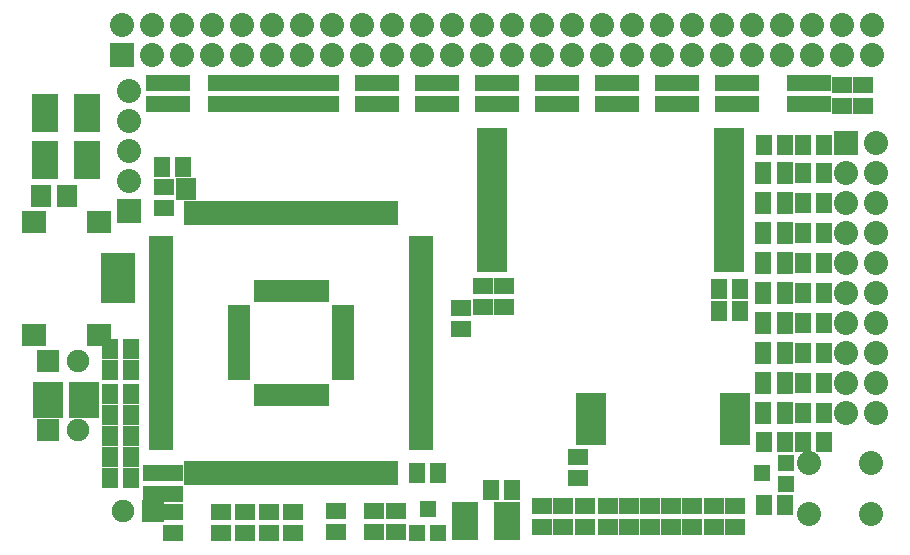
<source format=gts>
G04 (created by PCBNEW (2013-04-19 BZR 4011)-stable) date 24/06/2013 11:32:34*
%MOIN*%
G04 Gerber Fmt 3.4, Leading zero omitted, Abs format*
%FSLAX34Y34*%
G01*
G70*
G90*
G04 APERTURE LIST*
%ADD10C,2.3622e-006*%
%ADD11R,0.0318X0.0772*%
%ADD12R,0.0772X0.0318*%
%ADD13R,0.08X0.03*%
%ADD14R,0.03X0.08*%
%ADD15R,0.09X0.13*%
%ADD16R,0.065X0.075*%
%ADD17R,0.055X0.065*%
%ADD18R,0.065X0.055*%
%ADD19R,0.055X0.075*%
%ADD20C,0.08*%
%ADD21R,0.08X0.08*%
%ADD22R,0.075X0.075*%
%ADD23C,0.075*%
%ADD24R,0.056X0.056*%
%ADD25R,0.0987X0.1775*%
%ADD26R,0.083X0.0751*%
%ADD27R,0.1125X0.0397*%
%ADD28R,0.1X0.06*%
%ADD29R,0.0357X0.0436*%
%ADD30R,0.0987X0.0278*%
%ADD31R,0.0456X0.0556*%
%ADD32R,0.0397X0.0556*%
G04 APERTURE END LIST*
G54D10*
G54D11*
X83689Y-50377D03*
X83492Y-50377D03*
X83295Y-50377D03*
X83098Y-50377D03*
X82902Y-50377D03*
X82705Y-50377D03*
X83886Y-50377D03*
X84083Y-50377D03*
G54D12*
X84723Y-51017D03*
X84723Y-51214D03*
X84723Y-51411D03*
G54D11*
X82705Y-53823D03*
X82508Y-53823D03*
X82311Y-53823D03*
X82114Y-53823D03*
X81917Y-53823D03*
G54D12*
X81277Y-53183D03*
G54D11*
X82902Y-53823D03*
X83098Y-53823D03*
X83295Y-53823D03*
X83492Y-53823D03*
X83689Y-53823D03*
G54D12*
X81277Y-52002D03*
X84723Y-52592D03*
X81277Y-52198D03*
X84723Y-52789D03*
X84723Y-52986D03*
X81277Y-52395D03*
X81277Y-52592D03*
X84723Y-53183D03*
G54D11*
X84083Y-53823D03*
G54D12*
X81277Y-52789D03*
X81277Y-52986D03*
G54D11*
X83886Y-53823D03*
G54D12*
X84723Y-52395D03*
X81277Y-51805D03*
X81277Y-51608D03*
X84723Y-52198D03*
X84723Y-52002D03*
X81277Y-51411D03*
X81277Y-51214D03*
X84723Y-51805D03*
X84723Y-51608D03*
X81277Y-51017D03*
G54D11*
X82508Y-50377D03*
X82311Y-50377D03*
X82114Y-50377D03*
X81917Y-50377D03*
G54D13*
X78675Y-48655D03*
X78675Y-48855D03*
X78675Y-49050D03*
X78675Y-49245D03*
X78675Y-49445D03*
X78675Y-49640D03*
X78675Y-49835D03*
X78675Y-50035D03*
X78675Y-50230D03*
X78675Y-50425D03*
X78675Y-50625D03*
X78675Y-50820D03*
X78675Y-51015D03*
X78675Y-51215D03*
X78675Y-51410D03*
X78675Y-51605D03*
X78675Y-51805D03*
X78675Y-52000D03*
X78675Y-52200D03*
X78675Y-52395D03*
X78675Y-52595D03*
X78675Y-52790D03*
X78675Y-52985D03*
X78675Y-53185D03*
X78675Y-53380D03*
X78675Y-53575D03*
X78675Y-53775D03*
X78675Y-53970D03*
X78675Y-54165D03*
X78675Y-54365D03*
X78675Y-54560D03*
X78675Y-54755D03*
X78675Y-54955D03*
X78675Y-55150D03*
X78675Y-55345D03*
X78675Y-55545D03*
G54D14*
X85265Y-56425D03*
X85460Y-56425D03*
X85655Y-56425D03*
X85855Y-56425D03*
X86050Y-56425D03*
X86245Y-56425D03*
X86445Y-56425D03*
X85460Y-47775D03*
X85265Y-47775D03*
X85065Y-47775D03*
X84870Y-47775D03*
X84675Y-47775D03*
X84475Y-47775D03*
X84280Y-47775D03*
X84085Y-47775D03*
X83885Y-47775D03*
X83690Y-47775D03*
X83495Y-47775D03*
X83295Y-47775D03*
X83100Y-47775D03*
X82900Y-47775D03*
X82705Y-47775D03*
X82505Y-47775D03*
X82310Y-47775D03*
X82115Y-47775D03*
X81915Y-47775D03*
X81720Y-47775D03*
X81525Y-47775D03*
X81325Y-47775D03*
X81130Y-47775D03*
X80935Y-47775D03*
X80735Y-47775D03*
X80540Y-47775D03*
X80345Y-47775D03*
X80145Y-47775D03*
X79950Y-47775D03*
X79755Y-47775D03*
X79555Y-47775D03*
X79555Y-56425D03*
X79755Y-56425D03*
X79950Y-56425D03*
X80145Y-56425D03*
X80345Y-56425D03*
X80540Y-56425D03*
X80735Y-56425D03*
X80935Y-56425D03*
X81130Y-56425D03*
X81325Y-56425D03*
X81525Y-56425D03*
X81720Y-56425D03*
X81915Y-56425D03*
X82115Y-56425D03*
X82310Y-56425D03*
X82505Y-56425D03*
X82705Y-56425D03*
X82900Y-56425D03*
X83100Y-56425D03*
X83295Y-56425D03*
X83495Y-56425D03*
X83690Y-56425D03*
X83885Y-56425D03*
X84085Y-56425D03*
X84280Y-56425D03*
X84475Y-56425D03*
X84675Y-56425D03*
X84870Y-56425D03*
X85065Y-56425D03*
G54D13*
X87325Y-54560D03*
X87325Y-54365D03*
X87325Y-54165D03*
X87325Y-53970D03*
X87325Y-53775D03*
X87325Y-53575D03*
X87325Y-53380D03*
X87325Y-53185D03*
X87325Y-52985D03*
X87325Y-52790D03*
X87325Y-52595D03*
X87325Y-52395D03*
X87325Y-52200D03*
X87325Y-52000D03*
X87325Y-51805D03*
X87325Y-51605D03*
X87325Y-51410D03*
X87325Y-51215D03*
X87325Y-51015D03*
X87325Y-50820D03*
X87325Y-50625D03*
X87325Y-50425D03*
X87325Y-50230D03*
X87325Y-50035D03*
X87325Y-49835D03*
X87325Y-49640D03*
X87325Y-49445D03*
X87325Y-49245D03*
X87325Y-49050D03*
X87325Y-48855D03*
X87325Y-48655D03*
X87325Y-55545D03*
X87325Y-55345D03*
X87325Y-55150D03*
X87325Y-54955D03*
X87325Y-54755D03*
G54D14*
X86445Y-47775D03*
X86245Y-47775D03*
X86050Y-47775D03*
X85855Y-47775D03*
X85655Y-47775D03*
G54D15*
X74800Y-46000D03*
X76200Y-46000D03*
X76200Y-44450D03*
X74800Y-44450D03*
G54D16*
X75525Y-47200D03*
X74675Y-47200D03*
G54D17*
X100750Y-47450D03*
X100050Y-47450D03*
G54D18*
X88650Y-51650D03*
X88650Y-50950D03*
G54D17*
X76950Y-55200D03*
X77650Y-55200D03*
X77650Y-55900D03*
X76950Y-55900D03*
X77650Y-56600D03*
X76950Y-56600D03*
G54D18*
X78400Y-56450D03*
X78400Y-57150D03*
G54D17*
X78700Y-46250D03*
X79400Y-46250D03*
G54D18*
X90100Y-50200D03*
X90100Y-50900D03*
G54D17*
X100750Y-54450D03*
X100050Y-54450D03*
X76950Y-54500D03*
X77650Y-54500D03*
X100750Y-46450D03*
X100050Y-46450D03*
X100750Y-53450D03*
X100050Y-53450D03*
X100750Y-48450D03*
X100050Y-48450D03*
X100750Y-49450D03*
X100050Y-49450D03*
X100750Y-51450D03*
X100050Y-51450D03*
X100750Y-52450D03*
X100050Y-52450D03*
X100750Y-50450D03*
X100050Y-50450D03*
X89650Y-57000D03*
X90350Y-57000D03*
G54D18*
X79050Y-57150D03*
X79050Y-56450D03*
G54D17*
X77650Y-52300D03*
X76950Y-52300D03*
X77650Y-53000D03*
X76950Y-53000D03*
G54D19*
X99475Y-46450D03*
X98725Y-46450D03*
X99475Y-47450D03*
X98725Y-47450D03*
X99475Y-48450D03*
X98725Y-48450D03*
X99475Y-49450D03*
X98725Y-49450D03*
X99475Y-51450D03*
X98725Y-51450D03*
X99475Y-50450D03*
X98725Y-50450D03*
X99475Y-52450D03*
X98725Y-52450D03*
X99475Y-53450D03*
X98725Y-53450D03*
X99475Y-54450D03*
X98725Y-54450D03*
G54D18*
X78750Y-47600D03*
X78750Y-46900D03*
G54D17*
X100050Y-45500D03*
X100750Y-45500D03*
G54D20*
X102500Y-45450D03*
X101500Y-46450D03*
G54D21*
X101500Y-45450D03*
G54D20*
X102500Y-46450D03*
X101500Y-47450D03*
X102500Y-47450D03*
X101500Y-48450D03*
X102500Y-48450D03*
X101500Y-49450D03*
X102500Y-49450D03*
X101500Y-50450D03*
X102500Y-50450D03*
X101500Y-51450D03*
X102500Y-51450D03*
X101500Y-52450D03*
X102500Y-52450D03*
X101500Y-53450D03*
X102500Y-53450D03*
X101500Y-54450D03*
X102500Y-54450D03*
G54D17*
X97950Y-50300D03*
X97250Y-50300D03*
X98750Y-45500D03*
X99450Y-45500D03*
X98750Y-57500D03*
X99450Y-57500D03*
X99450Y-55400D03*
X98750Y-55400D03*
G54D18*
X101350Y-43500D03*
X101350Y-44200D03*
G54D20*
X100257Y-56100D03*
X102343Y-56100D03*
G54D22*
X74900Y-55000D03*
G54D23*
X75900Y-55000D03*
G54D22*
X74900Y-52700D03*
G54D23*
X75900Y-52700D03*
G54D22*
X78400Y-57700D03*
G54D23*
X77400Y-57700D03*
G54D24*
X99500Y-56100D03*
X99500Y-56800D03*
X98700Y-56450D03*
G54D25*
X93000Y-54650D03*
X97800Y-54650D03*
G54D26*
X74435Y-48060D03*
X76600Y-48060D03*
X74435Y-51840D03*
X76600Y-51840D03*
G54D27*
X77230Y-49320D03*
X77230Y-49635D03*
X77230Y-49950D03*
X77230Y-50265D03*
X77230Y-50580D03*
G54D21*
X77350Y-42500D03*
G54D20*
X77350Y-41500D03*
X78350Y-42500D03*
X78350Y-41500D03*
X79350Y-42500D03*
X79350Y-41500D03*
X80350Y-42500D03*
X80350Y-41500D03*
X81350Y-42500D03*
X81350Y-41500D03*
X82350Y-42500D03*
X82350Y-41500D03*
X83350Y-42500D03*
X83350Y-41500D03*
X84350Y-42500D03*
X84350Y-41500D03*
X85350Y-42500D03*
X85350Y-41500D03*
X86350Y-42500D03*
X86350Y-41500D03*
X87350Y-42500D03*
X87350Y-41500D03*
X88350Y-42500D03*
X88350Y-41500D03*
X89350Y-42500D03*
X89350Y-41500D03*
X90350Y-42500D03*
X90350Y-41500D03*
X91350Y-42500D03*
X91350Y-41500D03*
X92350Y-42500D03*
X92350Y-41500D03*
X93350Y-42500D03*
X93350Y-41500D03*
X94350Y-42500D03*
X94350Y-41500D03*
X95350Y-42500D03*
X95350Y-41500D03*
X96350Y-42500D03*
X96350Y-41500D03*
X97350Y-42500D03*
X97350Y-41500D03*
X98350Y-42500D03*
X98350Y-41500D03*
X99350Y-42500D03*
X99350Y-41500D03*
X100350Y-42500D03*
X100350Y-41500D03*
X101350Y-42500D03*
X101350Y-41500D03*
X102350Y-42500D03*
X102350Y-41500D03*
G54D18*
X102050Y-44200D03*
X102050Y-43500D03*
G54D15*
X90200Y-58050D03*
X88800Y-58050D03*
G54D20*
X100257Y-57800D03*
X102343Y-57800D03*
G54D28*
X74900Y-54300D03*
X76100Y-54300D03*
X76100Y-53700D03*
X74900Y-53700D03*
G54D18*
X81450Y-58450D03*
X81450Y-57750D03*
X84500Y-57700D03*
X84500Y-58400D03*
X80650Y-57750D03*
X80650Y-58450D03*
X79050Y-57750D03*
X79050Y-58450D03*
G54D24*
X87900Y-58450D03*
X87200Y-58450D03*
X87550Y-57650D03*
G54D18*
X85750Y-58400D03*
X85750Y-57700D03*
G54D21*
X77600Y-47700D03*
G54D20*
X77600Y-46700D03*
X77600Y-45700D03*
X77600Y-44700D03*
X77600Y-43700D03*
G54D18*
X97100Y-58250D03*
X97100Y-57550D03*
X96350Y-57550D03*
X96350Y-58250D03*
X95650Y-57550D03*
X95650Y-58250D03*
X94950Y-57550D03*
X94950Y-58250D03*
X94250Y-57550D03*
X94250Y-58250D03*
X93550Y-58250D03*
X93550Y-57550D03*
X92800Y-57550D03*
X92800Y-58250D03*
X92050Y-57550D03*
X92050Y-58250D03*
X91350Y-57550D03*
X91350Y-58250D03*
X97800Y-58250D03*
X97800Y-57550D03*
X82250Y-58450D03*
X82250Y-57750D03*
X92550Y-55900D03*
X92550Y-56600D03*
G54D17*
X100750Y-55400D03*
X100050Y-55400D03*
G54D18*
X86500Y-58400D03*
X86500Y-57700D03*
X83050Y-58450D03*
X83050Y-57750D03*
X89400Y-50900D03*
X89400Y-50200D03*
G54D17*
X87900Y-56450D03*
X87200Y-56450D03*
X76950Y-53800D03*
X77650Y-53800D03*
G54D29*
X79677Y-46800D03*
X79323Y-46800D03*
X79677Y-47150D03*
X79323Y-47150D03*
G54D30*
X97587Y-49220D03*
X97587Y-49023D03*
X97587Y-48826D03*
X97587Y-48630D03*
X97587Y-48433D03*
X97587Y-48236D03*
X97587Y-48039D03*
X97587Y-47842D03*
X97587Y-47645D03*
X97587Y-47448D03*
X97587Y-47252D03*
X97587Y-47055D03*
X97587Y-46858D03*
X97587Y-46661D03*
X97587Y-46464D03*
X97587Y-46267D03*
X97587Y-46070D03*
X97587Y-45874D03*
X97587Y-45677D03*
X97587Y-45480D03*
X97587Y-45283D03*
X97587Y-45086D03*
X89713Y-45086D03*
X89713Y-45283D03*
X89713Y-45480D03*
X89713Y-45677D03*
X89713Y-45874D03*
X89713Y-46070D03*
X89713Y-46267D03*
X89713Y-46464D03*
X89713Y-46661D03*
X89713Y-46858D03*
X89713Y-47055D03*
X89713Y-47252D03*
X89713Y-47448D03*
X89713Y-47645D03*
X89713Y-47842D03*
X89713Y-48039D03*
X89713Y-48236D03*
X89713Y-48433D03*
X89713Y-48630D03*
X89713Y-48826D03*
X89713Y-49023D03*
X89713Y-49220D03*
X89713Y-49417D03*
X89713Y-49614D03*
X97587Y-49417D03*
X97587Y-49614D03*
G54D17*
X97250Y-51050D03*
X97950Y-51050D03*
G54D31*
X100752Y-44149D03*
G54D32*
X100407Y-44149D03*
X100093Y-44149D03*
G54D31*
X99748Y-44149D03*
X99748Y-43451D03*
G54D32*
X100093Y-43451D03*
X100407Y-43451D03*
G54D31*
X100752Y-43451D03*
X98352Y-44149D03*
G54D32*
X98007Y-44149D03*
X97693Y-44149D03*
G54D31*
X97348Y-44149D03*
X97348Y-43451D03*
G54D32*
X97693Y-43451D03*
X98007Y-43451D03*
G54D31*
X98352Y-43451D03*
X96352Y-44149D03*
G54D32*
X96007Y-44149D03*
X95693Y-44149D03*
G54D31*
X95348Y-44149D03*
X95348Y-43451D03*
G54D32*
X95693Y-43451D03*
X96007Y-43451D03*
G54D31*
X96352Y-43451D03*
X94352Y-44149D03*
G54D32*
X94007Y-44149D03*
X93693Y-44149D03*
G54D31*
X93348Y-44149D03*
X93348Y-43451D03*
G54D32*
X93693Y-43451D03*
X94007Y-43451D03*
G54D31*
X94352Y-43451D03*
X92352Y-44149D03*
G54D32*
X92007Y-44149D03*
X91693Y-44149D03*
G54D31*
X91348Y-44149D03*
X91348Y-43451D03*
G54D32*
X91693Y-43451D03*
X92007Y-43451D03*
G54D31*
X92352Y-43451D03*
X90352Y-44149D03*
G54D32*
X90007Y-44149D03*
X89693Y-44149D03*
G54D31*
X89348Y-44149D03*
X89348Y-43451D03*
G54D32*
X89693Y-43451D03*
X90007Y-43451D03*
G54D31*
X90352Y-43451D03*
X88352Y-44149D03*
G54D32*
X88007Y-44149D03*
X87693Y-44149D03*
G54D31*
X87348Y-44149D03*
X87348Y-43451D03*
G54D32*
X87693Y-43451D03*
X88007Y-43451D03*
G54D31*
X88352Y-43451D03*
X86352Y-44149D03*
G54D32*
X86007Y-44149D03*
X85693Y-44149D03*
G54D31*
X85348Y-44149D03*
X85348Y-43451D03*
G54D32*
X85693Y-43451D03*
X86007Y-43451D03*
G54D31*
X86352Y-43451D03*
X84352Y-44149D03*
G54D32*
X84007Y-44149D03*
X83693Y-44149D03*
G54D31*
X83348Y-44149D03*
X83348Y-43451D03*
G54D32*
X83693Y-43451D03*
X84007Y-43451D03*
G54D31*
X84352Y-43451D03*
X82902Y-44149D03*
G54D32*
X82557Y-44149D03*
X82243Y-44149D03*
G54D31*
X81898Y-44149D03*
X81898Y-43451D03*
G54D32*
X82243Y-43451D03*
X82557Y-43451D03*
G54D31*
X82902Y-43451D03*
X81452Y-44149D03*
G54D32*
X81107Y-44149D03*
X80793Y-44149D03*
G54D31*
X80448Y-44149D03*
X80448Y-43451D03*
G54D32*
X80793Y-43451D03*
X81107Y-43451D03*
G54D31*
X81452Y-43451D03*
X79402Y-44149D03*
G54D32*
X79057Y-44149D03*
X78743Y-44149D03*
G54D31*
X78398Y-44149D03*
X78398Y-43451D03*
G54D32*
X78743Y-43451D03*
X79057Y-43451D03*
G54D31*
X79402Y-43451D03*
M02*

</source>
